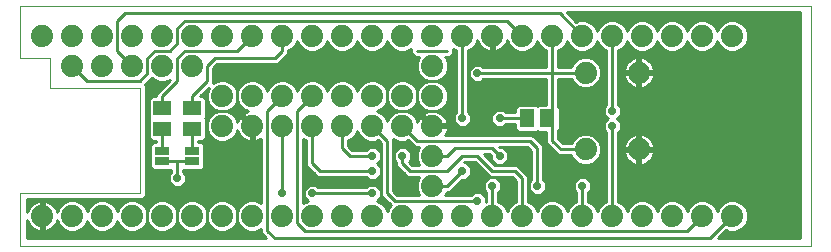
<source format=gbl>
G75*
G70*
%OFA0B0*%
%FSLAX24Y24*%
%IPPOS*%
%LPD*%
%AMOC8*
5,1,8,0,0,1.08239X$1,22.5*
%
%ADD10C,0.0000*%
%ADD11C,0.0740*%
%ADD12R,0.0591X0.0512*%
%ADD13R,0.0500X0.0250*%
%ADD14R,0.0512X0.0591*%
%ADD15C,0.0100*%
%ADD16OC8,0.0270*%
%ADD17C,0.0200*%
D10*
X000300Y002393D02*
X000300Y004143D01*
X004050Y004143D01*
X004300Y004143D01*
X004300Y007643D01*
X002050Y007643D01*
X001300Y007643D01*
X001300Y008643D01*
X000300Y008643D01*
X000300Y010389D01*
X000300Y010393D01*
X000300Y010389D02*
X026678Y010389D01*
X026678Y002393D01*
X000300Y002393D01*
D11*
X001050Y003393D03*
X002050Y003393D03*
X003050Y003393D03*
X004050Y003393D03*
X005050Y003393D03*
X006050Y003393D03*
X007050Y003393D03*
X008050Y003393D03*
X009050Y003393D03*
X010050Y003393D03*
X011050Y003393D03*
X012050Y003393D03*
X013050Y003393D03*
X014050Y003393D03*
X015050Y003393D03*
X016050Y003393D03*
X017050Y003393D03*
X018050Y003393D03*
X019050Y003393D03*
X020050Y003393D03*
X021050Y003393D03*
X022050Y003393D03*
X023050Y003393D03*
X024050Y003393D03*
X020940Y005613D03*
X019160Y005613D03*
X014050Y005393D03*
X014050Y006393D03*
X013050Y006393D03*
X012050Y006393D03*
X011050Y006393D03*
X010050Y006393D03*
X009050Y006393D03*
X008050Y006393D03*
X007050Y006393D03*
X007050Y007393D03*
X008050Y007393D03*
X009050Y007393D03*
X010050Y007393D03*
X011050Y007393D03*
X012050Y007393D03*
X013050Y007393D03*
X014050Y007393D03*
X014050Y008393D03*
X014050Y009393D03*
X015050Y009393D03*
X016050Y009393D03*
X017050Y009393D03*
X018050Y009393D03*
X019050Y009393D03*
X020050Y009393D03*
X021050Y009393D03*
X022050Y009393D03*
X023050Y009393D03*
X024050Y009393D03*
X020940Y008173D03*
X019160Y008173D03*
X013050Y009393D03*
X012050Y009393D03*
X011050Y009393D03*
X010050Y009393D03*
X009050Y009393D03*
X008050Y009393D03*
X007050Y009393D03*
X006050Y009393D03*
X005050Y009393D03*
X004050Y009393D03*
X003050Y009393D03*
X002050Y009393D03*
X001050Y009393D03*
X002050Y008393D03*
X003050Y008393D03*
X004050Y008393D03*
X005050Y008393D03*
X006050Y008393D03*
X014050Y004393D03*
D12*
X006050Y006309D03*
X005050Y006309D03*
X005050Y006978D03*
X006050Y006978D03*
D13*
X006050Y005570D03*
X006050Y005216D03*
X005050Y005216D03*
X005050Y005570D03*
D14*
X017215Y006643D03*
X017885Y006643D03*
D15*
X018050Y006478D01*
X018050Y005893D01*
X018330Y005613D01*
X019160Y005613D01*
X018680Y005413D02*
X018719Y005319D01*
X018865Y005172D01*
X019057Y005093D01*
X019263Y005093D01*
X019455Y005172D01*
X019601Y005319D01*
X019680Y005510D01*
X019680Y005717D01*
X019601Y005908D01*
X019455Y006054D01*
X019263Y006133D01*
X019057Y006133D01*
X018865Y006054D01*
X018719Y005908D01*
X018680Y005813D01*
X018413Y005813D01*
X018250Y005976D01*
X018250Y006245D01*
X018291Y006286D01*
X018291Y007001D01*
X018250Y007041D01*
X018250Y007943D01*
X018692Y007943D01*
X018719Y007879D01*
X018865Y007732D01*
X019057Y007653D01*
X019263Y007653D01*
X019455Y007732D01*
X019601Y007879D01*
X019680Y008070D01*
X019680Y008277D01*
X019601Y008468D01*
X019455Y008614D01*
X019263Y008693D01*
X019057Y008693D01*
X018865Y008614D01*
X018719Y008468D01*
X018668Y008343D01*
X018250Y008343D01*
X018250Y008913D01*
X018345Y008952D01*
X018491Y009099D01*
X018550Y009242D01*
X018609Y009099D01*
X018755Y008952D01*
X018947Y008873D01*
X019153Y008873D01*
X019345Y008952D01*
X019491Y009099D01*
X019550Y009242D01*
X019609Y009099D01*
X019755Y008952D01*
X019850Y008913D01*
X019850Y007096D01*
X019765Y007011D01*
X019765Y006775D01*
X019897Y006643D01*
X019765Y006511D01*
X019765Y006275D01*
X019850Y006190D01*
X019850Y003873D01*
X019755Y003834D01*
X019609Y003688D01*
X019550Y003545D01*
X019491Y003688D01*
X019345Y003834D01*
X019250Y003873D01*
X019250Y004190D01*
X019335Y004275D01*
X019335Y004511D01*
X019168Y004678D01*
X018932Y004678D01*
X018765Y004511D01*
X018765Y004275D01*
X018850Y004190D01*
X018850Y003873D01*
X018755Y003834D01*
X018609Y003688D01*
X018550Y003545D01*
X018491Y003688D01*
X018345Y003834D01*
X018153Y003913D01*
X017947Y003913D01*
X017755Y003834D01*
X017609Y003688D01*
X017550Y003545D01*
X017491Y003688D01*
X017345Y003834D01*
X017250Y003873D01*
X017250Y004726D01*
X016883Y005093D01*
X016133Y005093D01*
X015783Y005443D01*
X015967Y005443D01*
X016015Y005395D01*
X016015Y005275D01*
X016182Y005108D01*
X016418Y005108D01*
X016585Y005275D01*
X016585Y005511D01*
X016418Y005678D01*
X016298Y005678D01*
X016283Y005693D01*
X017217Y005693D01*
X017350Y005560D01*
X017350Y004596D01*
X017265Y004511D01*
X017265Y004275D01*
X017432Y004108D01*
X017668Y004108D01*
X017835Y004275D01*
X017835Y004511D01*
X017750Y004596D01*
X017750Y005726D01*
X017633Y005843D01*
X017383Y006093D01*
X014475Y006093D01*
X014495Y006121D01*
X014532Y006194D01*
X014557Y006272D01*
X014569Y006343D01*
X014100Y006343D01*
X014100Y006443D01*
X014569Y006443D01*
X014557Y006515D01*
X014532Y006593D01*
X014495Y006666D01*
X014447Y006732D01*
X014389Y006790D01*
X014323Y006838D01*
X014250Y006875D01*
X014198Y006892D01*
X014345Y006952D01*
X014491Y007099D01*
X014570Y007290D01*
X014570Y007497D01*
X014491Y007688D01*
X014345Y007834D01*
X014202Y007893D01*
X014345Y007952D01*
X014491Y008099D01*
X014570Y008290D01*
X014570Y008497D01*
X014491Y008688D01*
X014485Y008693D01*
X014633Y008693D01*
X014750Y008810D01*
X014750Y008958D01*
X014755Y008952D01*
X014850Y008913D01*
X014850Y006846D01*
X014765Y006761D01*
X014765Y006525D01*
X014932Y006358D01*
X015168Y006358D01*
X015335Y006525D01*
X015335Y006761D01*
X015250Y006846D01*
X015250Y008913D01*
X015345Y008952D01*
X015491Y009099D01*
X015551Y009245D01*
X015568Y009194D01*
X015605Y009121D01*
X015653Y009055D01*
X015711Y008997D01*
X015777Y008949D01*
X015850Y008911D01*
X015928Y008886D01*
X016000Y008875D01*
X016000Y009343D01*
X016100Y009343D01*
X016100Y008875D01*
X016172Y008886D01*
X016250Y008911D01*
X016323Y008949D01*
X016389Y008997D01*
X016447Y009055D01*
X016495Y009121D01*
X016532Y009194D01*
X016549Y009245D01*
X016609Y009099D01*
X016755Y008952D01*
X016947Y008873D01*
X017153Y008873D01*
X017345Y008952D01*
X017491Y009099D01*
X017550Y009242D01*
X017609Y009099D01*
X017755Y008952D01*
X017850Y008913D01*
X017850Y008343D01*
X015753Y008343D01*
X015668Y008428D01*
X015432Y008428D01*
X015265Y008261D01*
X015265Y008025D01*
X015432Y007858D01*
X015668Y007858D01*
X015753Y007943D01*
X017850Y007943D01*
X017850Y007089D01*
X017567Y007089D01*
X017550Y007072D01*
X017533Y007089D01*
X016897Y007089D01*
X016809Y007001D01*
X016809Y006843D01*
X016503Y006843D01*
X016418Y006928D01*
X016182Y006928D01*
X016015Y006761D01*
X016015Y006525D01*
X016182Y006358D01*
X016418Y006358D01*
X016503Y006443D01*
X016809Y006443D01*
X016809Y006286D01*
X016897Y006198D01*
X017533Y006198D01*
X017550Y006215D01*
X017567Y006198D01*
X017850Y006198D01*
X017850Y005810D01*
X017967Y005693D01*
X018247Y005413D01*
X018680Y005413D01*
X018707Y005348D02*
X017750Y005348D01*
X017750Y005250D02*
X018788Y005250D01*
X018917Y005151D02*
X017750Y005151D01*
X017750Y005053D02*
X019850Y005053D01*
X019850Y005151D02*
X019403Y005151D01*
X019532Y005250D02*
X019850Y005250D01*
X019850Y005348D02*
X019613Y005348D01*
X019654Y005447D02*
X019850Y005447D01*
X019850Y005545D02*
X019680Y005545D01*
X019680Y005644D02*
X019850Y005644D01*
X019850Y005742D02*
X019669Y005742D01*
X019629Y005841D02*
X019850Y005841D01*
X019850Y005939D02*
X019569Y005939D01*
X019471Y006038D02*
X019850Y006038D01*
X019850Y006136D02*
X018250Y006136D01*
X018250Y006038D02*
X018849Y006038D01*
X018751Y005939D02*
X018287Y005939D01*
X018385Y005841D02*
X018691Y005841D01*
X018115Y005545D02*
X017750Y005545D01*
X017750Y005447D02*
X018214Y005447D01*
X018017Y005644D02*
X017750Y005644D01*
X017734Y005742D02*
X017918Y005742D01*
X017850Y005841D02*
X017635Y005841D01*
X017537Y005939D02*
X017850Y005939D01*
X017850Y006038D02*
X017438Y006038D01*
X017300Y005893D02*
X017550Y005643D01*
X017550Y004393D01*
X017835Y004363D02*
X018765Y004363D01*
X018775Y004265D02*
X017825Y004265D01*
X017726Y004166D02*
X018850Y004166D01*
X018850Y004068D02*
X017250Y004068D01*
X017250Y004166D02*
X017374Y004166D01*
X017275Y004265D02*
X017250Y004265D01*
X017250Y004363D02*
X017265Y004363D01*
X017265Y004462D02*
X017250Y004462D01*
X017250Y004560D02*
X017314Y004560D01*
X017350Y004659D02*
X017250Y004659D01*
X017219Y004757D02*
X017350Y004757D01*
X017350Y004856D02*
X017120Y004856D01*
X017022Y004954D02*
X017350Y004954D01*
X017350Y005053D02*
X016923Y005053D01*
X016800Y004893D02*
X017050Y004643D01*
X017050Y003393D01*
X016563Y003575D02*
X016537Y003575D01*
X016550Y003545D02*
X016491Y003688D01*
X016345Y003834D01*
X016250Y003873D01*
X016250Y004190D01*
X016335Y004275D01*
X016335Y004511D01*
X016168Y004678D01*
X015932Y004678D01*
X015765Y004511D01*
X015765Y004275D01*
X015850Y004190D01*
X015850Y003873D01*
X015835Y003867D01*
X015835Y004011D01*
X015668Y004178D01*
X015432Y004178D01*
X015347Y004093D01*
X014485Y004093D01*
X014491Y004099D01*
X014530Y004193D01*
X014633Y004193D01*
X015048Y004608D01*
X015168Y004608D01*
X015335Y004775D01*
X015335Y005011D01*
X015168Y005178D01*
X015118Y005178D01*
X015133Y005193D01*
X015467Y005193D01*
X015850Y004810D01*
X015967Y004693D01*
X016717Y004693D01*
X016850Y004560D01*
X016286Y004560D01*
X016335Y004462D02*
X016850Y004462D01*
X016850Y004560D02*
X016850Y003873D01*
X016755Y003834D01*
X016609Y003688D01*
X016550Y003545D01*
X016497Y003674D02*
X016603Y003674D01*
X016694Y003772D02*
X016406Y003772D01*
X016256Y003871D02*
X016844Y003871D01*
X016850Y003969D02*
X016250Y003969D01*
X016250Y004068D02*
X016850Y004068D01*
X016850Y004166D02*
X016250Y004166D01*
X016325Y004265D02*
X016850Y004265D01*
X016850Y004363D02*
X016335Y004363D01*
X016050Y004393D02*
X016050Y003393D01*
X015844Y003871D02*
X015835Y003871D01*
X015835Y003969D02*
X015850Y003969D01*
X015850Y004068D02*
X015779Y004068D01*
X015850Y004166D02*
X015680Y004166D01*
X015775Y004265D02*
X014704Y004265D01*
X014803Y004363D02*
X015765Y004363D01*
X015765Y004462D02*
X014901Y004462D01*
X015000Y004560D02*
X015814Y004560D01*
X015912Y004659D02*
X015219Y004659D01*
X015317Y004757D02*
X015903Y004757D01*
X015805Y004856D02*
X015335Y004856D01*
X015335Y004954D02*
X015706Y004954D01*
X015608Y005053D02*
X015294Y005053D01*
X015195Y005151D02*
X015509Y005151D01*
X015878Y005348D02*
X016015Y005348D01*
X016040Y005250D02*
X015976Y005250D01*
X016075Y005151D02*
X016139Y005151D01*
X016461Y005151D02*
X017350Y005151D01*
X017350Y005250D02*
X016560Y005250D01*
X016585Y005348D02*
X017350Y005348D01*
X017350Y005447D02*
X016585Y005447D01*
X016551Y005545D02*
X017350Y005545D01*
X017267Y005644D02*
X016453Y005644D01*
X016300Y005393D02*
X016050Y005643D01*
X014800Y005643D01*
X014550Y005393D01*
X014050Y005393D01*
X013530Y005348D02*
X013335Y005348D01*
X013335Y005275D02*
X013268Y005208D01*
X013383Y005093D01*
X013615Y005093D01*
X013609Y005099D01*
X013530Y005290D01*
X013530Y005497D01*
X013609Y005688D01*
X013615Y005693D01*
X013467Y005693D01*
X013350Y005810D01*
X013248Y005912D01*
X013153Y005873D01*
X012947Y005873D01*
X012755Y005952D01*
X012750Y005958D01*
X012750Y004226D01*
X012883Y004093D01*
X013615Y004093D01*
X013609Y004099D01*
X013530Y004290D01*
X013530Y004497D01*
X013609Y004688D01*
X013615Y004693D01*
X013217Y004693D01*
X013100Y004810D01*
X012850Y005060D01*
X012850Y005190D01*
X012765Y005275D01*
X012765Y005511D01*
X012932Y005678D01*
X013168Y005678D01*
X013335Y005511D01*
X013335Y005275D01*
X013310Y005250D02*
X013547Y005250D01*
X013587Y005151D02*
X013325Y005151D01*
X013300Y004893D02*
X013050Y005143D01*
X013050Y005393D01*
X012765Y005348D02*
X012750Y005348D01*
X012750Y005250D02*
X012790Y005250D01*
X012750Y005151D02*
X012850Y005151D01*
X012858Y005053D02*
X012750Y005053D01*
X012750Y004954D02*
X012956Y004954D01*
X013055Y004856D02*
X012750Y004856D01*
X012750Y004757D02*
X013153Y004757D01*
X013300Y004893D02*
X014550Y004893D01*
X015050Y005393D01*
X015550Y005393D01*
X016050Y004893D01*
X016800Y004893D01*
X016752Y004659D02*
X016188Y004659D01*
X015420Y004166D02*
X014519Y004166D01*
X014550Y004393D02*
X014050Y004393D01*
X014550Y004393D02*
X015050Y004893D01*
X013597Y004659D02*
X012750Y004659D01*
X012750Y004560D02*
X013556Y004560D01*
X013530Y004462D02*
X012750Y004462D01*
X012750Y004363D02*
X013530Y004363D01*
X013540Y004265D02*
X012750Y004265D01*
X012810Y004166D02*
X013581Y004166D01*
X012800Y003893D02*
X015550Y003893D01*
X017250Y003969D02*
X018850Y003969D01*
X018844Y003871D02*
X018256Y003871D01*
X018406Y003772D02*
X018694Y003772D01*
X018603Y003674D02*
X018497Y003674D01*
X018537Y003575D02*
X018563Y003575D01*
X019050Y003393D02*
X019050Y004393D01*
X019335Y004363D02*
X019850Y004363D01*
X019850Y004265D02*
X019325Y004265D01*
X019250Y004166D02*
X019850Y004166D01*
X019850Y004068D02*
X019250Y004068D01*
X019250Y003969D02*
X019850Y003969D01*
X019844Y003871D02*
X019256Y003871D01*
X019406Y003772D02*
X019694Y003772D01*
X019603Y003674D02*
X019497Y003674D01*
X019537Y003575D02*
X019563Y003575D01*
X020050Y003393D02*
X020050Y006393D01*
X020250Y006190D02*
X020335Y006275D01*
X020335Y006511D01*
X020203Y006643D01*
X020335Y006775D01*
X020335Y007011D01*
X020250Y007096D01*
X020250Y008913D01*
X020345Y008952D01*
X020491Y009099D01*
X020550Y009242D01*
X020609Y009099D01*
X020755Y008952D01*
X020947Y008873D01*
X021153Y008873D01*
X021345Y008952D01*
X021491Y009099D01*
X021550Y009242D01*
X021609Y009099D01*
X021755Y008952D01*
X021947Y008873D01*
X022153Y008873D01*
X022345Y008952D01*
X022491Y009099D01*
X022550Y009242D01*
X022609Y009099D01*
X022755Y008952D01*
X022947Y008873D01*
X023153Y008873D01*
X023345Y008952D01*
X023491Y009099D01*
X023550Y009242D01*
X023609Y009099D01*
X023755Y008952D01*
X023947Y008873D01*
X024153Y008873D01*
X024345Y008952D01*
X024491Y009099D01*
X024570Y009290D01*
X024570Y009497D01*
X024491Y009688D01*
X024345Y009834D01*
X024153Y009913D01*
X023947Y009913D01*
X023755Y009834D01*
X023609Y009688D01*
X023550Y009545D01*
X023491Y009688D01*
X023345Y009834D01*
X023153Y009913D01*
X022947Y009913D01*
X022755Y009834D01*
X022609Y009688D01*
X022550Y009545D01*
X022491Y009688D01*
X022345Y009834D01*
X022153Y009913D01*
X021947Y009913D01*
X021755Y009834D01*
X021609Y009688D01*
X021550Y009545D01*
X021491Y009688D01*
X021345Y009834D01*
X021153Y009913D01*
X020947Y009913D01*
X020755Y009834D01*
X020609Y009688D01*
X020550Y009545D01*
X020491Y009688D01*
X020345Y009834D01*
X020153Y009913D01*
X019947Y009913D01*
X019755Y009834D01*
X019609Y009688D01*
X019550Y009545D01*
X019491Y009688D01*
X019345Y009834D01*
X019153Y009913D01*
X018947Y009913D01*
X018852Y009874D01*
X018537Y010189D01*
X026300Y010189D01*
X026300Y002643D01*
X023583Y002643D01*
X023852Y002912D01*
X023947Y002873D01*
X024153Y002873D01*
X024345Y002952D01*
X024491Y003099D01*
X024570Y003290D01*
X024570Y003497D01*
X024491Y003688D01*
X024345Y003834D01*
X024153Y003913D01*
X023947Y003913D01*
X023755Y003834D01*
X023609Y003688D01*
X023550Y003545D01*
X023491Y003688D01*
X023345Y003834D01*
X023153Y003913D01*
X022947Y003913D01*
X022755Y003834D01*
X022609Y003688D01*
X022550Y003545D01*
X022491Y003688D01*
X022345Y003834D01*
X022153Y003913D01*
X021947Y003913D01*
X021755Y003834D01*
X021609Y003688D01*
X021550Y003545D01*
X021491Y003688D01*
X021345Y003834D01*
X021153Y003913D01*
X020947Y003913D01*
X020755Y003834D01*
X020609Y003688D01*
X020550Y003545D01*
X020491Y003688D01*
X020345Y003834D01*
X020250Y003873D01*
X020250Y006190D01*
X020250Y006136D02*
X026300Y006136D01*
X026300Y006038D02*
X021240Y006038D01*
X021213Y006058D02*
X021140Y006095D01*
X021062Y006121D01*
X020990Y006132D01*
X020990Y005663D01*
X021459Y005663D01*
X021447Y005735D01*
X021422Y005813D01*
X021385Y005886D01*
X021337Y005952D01*
X021279Y006010D01*
X021213Y006058D01*
X021346Y005939D02*
X026300Y005939D01*
X026300Y005841D02*
X021408Y005841D01*
X021445Y005742D02*
X026300Y005742D01*
X026300Y005644D02*
X020990Y005644D01*
X020990Y005663D02*
X020990Y005563D01*
X020990Y005095D01*
X021062Y005106D01*
X021140Y005131D01*
X021213Y005169D01*
X021279Y005217D01*
X021337Y005275D01*
X021385Y005341D01*
X021422Y005414D01*
X021447Y005492D01*
X021459Y005563D01*
X020990Y005563D01*
X020890Y005563D01*
X020890Y005095D01*
X020818Y005106D01*
X020740Y005131D01*
X020667Y005169D01*
X020601Y005217D01*
X020543Y005275D01*
X020495Y005341D01*
X020458Y005414D01*
X020433Y005492D01*
X020421Y005563D01*
X020890Y005563D01*
X020890Y005663D01*
X020421Y005663D01*
X020433Y005735D01*
X020458Y005813D01*
X020495Y005886D01*
X020543Y005952D01*
X020601Y006010D01*
X020667Y006058D01*
X020740Y006095D01*
X020818Y006121D01*
X020890Y006132D01*
X020890Y005663D01*
X020990Y005663D01*
X020990Y005742D02*
X020890Y005742D01*
X020890Y005644D02*
X020250Y005644D01*
X020250Y005742D02*
X020435Y005742D01*
X020472Y005841D02*
X020250Y005841D01*
X020250Y005939D02*
X020534Y005939D01*
X020640Y006038D02*
X020250Y006038D01*
X020295Y006235D02*
X026300Y006235D01*
X026300Y006333D02*
X020335Y006333D01*
X020335Y006432D02*
X026300Y006432D01*
X026300Y006530D02*
X020316Y006530D01*
X020218Y006629D02*
X026300Y006629D01*
X026300Y006727D02*
X020287Y006727D01*
X020335Y006826D02*
X026300Y006826D01*
X026300Y006924D02*
X020335Y006924D01*
X020324Y007023D02*
X026300Y007023D01*
X026300Y007121D02*
X020250Y007121D01*
X020250Y007220D02*
X026300Y007220D01*
X026300Y007318D02*
X020250Y007318D01*
X020250Y007417D02*
X026300Y007417D01*
X026300Y007515D02*
X020250Y007515D01*
X020250Y007614D02*
X026300Y007614D01*
X026300Y007712D02*
X021181Y007712D01*
X021213Y007729D02*
X021279Y007777D01*
X021337Y007835D01*
X021385Y007901D01*
X021422Y007974D01*
X021447Y008052D01*
X021459Y008123D01*
X020990Y008123D01*
X020990Y007655D01*
X021062Y007666D01*
X021140Y007691D01*
X021213Y007729D01*
X021313Y007811D02*
X026300Y007811D01*
X026300Y007909D02*
X021389Y007909D01*
X021433Y008008D02*
X026300Y008008D01*
X026300Y008106D02*
X021456Y008106D01*
X021459Y008223D02*
X021447Y008295D01*
X021422Y008373D01*
X021385Y008446D01*
X021337Y008512D01*
X021279Y008570D01*
X021213Y008618D01*
X021140Y008655D01*
X021062Y008681D01*
X020990Y008692D01*
X020990Y008223D01*
X021459Y008223D01*
X021445Y008303D02*
X026300Y008303D01*
X026300Y008205D02*
X020990Y008205D01*
X020990Y008223D02*
X020990Y008123D01*
X020890Y008123D01*
X020890Y007655D01*
X020818Y007666D01*
X020740Y007691D01*
X020667Y007729D01*
X020601Y007777D01*
X020543Y007835D01*
X020495Y007901D01*
X020458Y007974D01*
X020433Y008052D01*
X020421Y008123D01*
X020890Y008123D01*
X020890Y008223D01*
X020421Y008223D01*
X020433Y008295D01*
X020458Y008373D01*
X020495Y008446D01*
X020543Y008512D01*
X020601Y008570D01*
X020667Y008618D01*
X020740Y008655D01*
X020818Y008681D01*
X020890Y008692D01*
X020890Y008223D01*
X020990Y008223D01*
X020990Y008303D02*
X020890Y008303D01*
X020890Y008205D02*
X020250Y008205D01*
X020250Y008303D02*
X020435Y008303D01*
X020473Y008402D02*
X020250Y008402D01*
X020250Y008500D02*
X020535Y008500D01*
X020641Y008599D02*
X020250Y008599D01*
X020250Y008697D02*
X026300Y008697D01*
X026300Y008599D02*
X021239Y008599D01*
X021345Y008500D02*
X026300Y008500D01*
X026300Y008402D02*
X021407Y008402D01*
X020990Y008402D02*
X020890Y008402D01*
X020890Y008500D02*
X020990Y008500D01*
X020990Y008599D02*
X020890Y008599D01*
X020250Y008796D02*
X026300Y008796D01*
X026300Y008894D02*
X024204Y008894D01*
X024385Y008993D02*
X026300Y008993D01*
X026300Y009091D02*
X024483Y009091D01*
X024529Y009190D02*
X026300Y009190D01*
X026300Y009288D02*
X024569Y009288D01*
X024570Y009387D02*
X026300Y009387D01*
X026300Y009485D02*
X024570Y009485D01*
X024534Y009584D02*
X026300Y009584D01*
X026300Y009682D02*
X024493Y009682D01*
X024398Y009781D02*
X026300Y009781D01*
X026300Y009879D02*
X024235Y009879D01*
X023865Y009879D02*
X023235Y009879D01*
X023398Y009781D02*
X023702Y009781D01*
X023607Y009682D02*
X023493Y009682D01*
X023534Y009584D02*
X023566Y009584D01*
X022865Y009879D02*
X022235Y009879D01*
X022398Y009781D02*
X022702Y009781D01*
X022607Y009682D02*
X022493Y009682D01*
X022534Y009584D02*
X022566Y009584D01*
X021865Y009879D02*
X021235Y009879D01*
X021398Y009781D02*
X021702Y009781D01*
X021607Y009682D02*
X021493Y009682D01*
X021534Y009584D02*
X021566Y009584D01*
X020865Y009879D02*
X020235Y009879D01*
X020398Y009781D02*
X020702Y009781D01*
X020607Y009682D02*
X020493Y009682D01*
X020534Y009584D02*
X020566Y009584D01*
X020050Y009393D02*
X020050Y006893D01*
X019765Y006924D02*
X018291Y006924D01*
X018291Y006826D02*
X019765Y006826D01*
X019813Y006727D02*
X018291Y006727D01*
X018291Y006629D02*
X019882Y006629D01*
X019784Y006530D02*
X018291Y006530D01*
X018291Y006432D02*
X019765Y006432D01*
X019765Y006333D02*
X018291Y006333D01*
X018250Y006235D02*
X019805Y006235D01*
X020890Y006038D02*
X020990Y006038D01*
X020990Y005939D02*
X020890Y005939D01*
X020890Y005841D02*
X020990Y005841D01*
X020990Y005545D02*
X020890Y005545D01*
X020890Y005447D02*
X020990Y005447D01*
X020990Y005348D02*
X020890Y005348D01*
X020890Y005250D02*
X020990Y005250D01*
X020990Y005151D02*
X020890Y005151D01*
X020701Y005151D02*
X020250Y005151D01*
X020250Y005053D02*
X026300Y005053D01*
X026300Y005151D02*
X021179Y005151D01*
X021312Y005250D02*
X026300Y005250D01*
X026300Y005348D02*
X021389Y005348D01*
X021433Y005447D02*
X026300Y005447D01*
X026300Y005545D02*
X021456Y005545D01*
X020568Y005250D02*
X020250Y005250D01*
X020250Y005348D02*
X020491Y005348D01*
X020447Y005447D02*
X020250Y005447D01*
X020250Y005545D02*
X020424Y005545D01*
X020250Y004954D02*
X026300Y004954D01*
X026300Y004856D02*
X020250Y004856D01*
X020250Y004757D02*
X026300Y004757D01*
X026300Y004659D02*
X020250Y004659D01*
X020250Y004560D02*
X026300Y004560D01*
X026300Y004462D02*
X020250Y004462D01*
X020250Y004363D02*
X026300Y004363D01*
X026300Y004265D02*
X020250Y004265D01*
X020250Y004166D02*
X026300Y004166D01*
X026300Y004068D02*
X020250Y004068D01*
X020250Y003969D02*
X026300Y003969D01*
X026300Y003871D02*
X024256Y003871D01*
X024406Y003772D02*
X026300Y003772D01*
X026300Y003674D02*
X024497Y003674D01*
X024537Y003575D02*
X026300Y003575D01*
X026300Y003477D02*
X024570Y003477D01*
X024570Y003378D02*
X026300Y003378D01*
X026300Y003280D02*
X024566Y003280D01*
X024525Y003181D02*
X026300Y003181D01*
X026300Y003083D02*
X024475Y003083D01*
X024376Y002984D02*
X026300Y002984D01*
X026300Y002886D02*
X024184Y002886D01*
X023916Y002886D02*
X023825Y002886D01*
X023727Y002787D02*
X026300Y002787D01*
X026300Y002689D02*
X023628Y002689D01*
X023300Y002643D02*
X008800Y002643D01*
X008550Y002893D01*
X008550Y006893D01*
X009050Y007393D01*
X008578Y007614D02*
X008522Y007614D01*
X008550Y007545D02*
X008491Y007688D01*
X008345Y007834D01*
X008153Y007913D01*
X007947Y007913D01*
X007755Y007834D01*
X007609Y007688D01*
X007550Y007545D01*
X007491Y007688D01*
X007345Y007834D01*
X007153Y007913D01*
X006947Y007913D01*
X006755Y007834D01*
X006750Y007829D01*
X006750Y008310D01*
X006883Y008443D01*
X008883Y008443D01*
X009133Y008693D01*
X009250Y008810D01*
X009250Y008913D01*
X009345Y008952D01*
X009491Y009099D01*
X009550Y009242D01*
X009609Y009099D01*
X009755Y008952D01*
X009947Y008873D01*
X010153Y008873D01*
X010345Y008952D01*
X010491Y009099D01*
X010550Y009242D01*
X010609Y009099D01*
X010755Y008952D01*
X010947Y008873D01*
X011153Y008873D01*
X011345Y008952D01*
X011491Y009099D01*
X011550Y009242D01*
X011609Y009099D01*
X011755Y008952D01*
X011947Y008873D01*
X012153Y008873D01*
X012345Y008952D01*
X012491Y009099D01*
X012550Y009242D01*
X012609Y009099D01*
X012755Y008952D01*
X012947Y008873D01*
X013153Y008873D01*
X013345Y008952D01*
X013350Y008958D01*
X013350Y008810D01*
X013467Y008693D01*
X013615Y008693D01*
X013609Y008688D01*
X013530Y008497D01*
X013530Y008290D01*
X013609Y008099D01*
X013755Y007952D01*
X013898Y007893D01*
X013755Y007834D01*
X013609Y007688D01*
X013550Y007545D01*
X013491Y007688D01*
X013345Y007834D01*
X013153Y007913D01*
X012947Y007913D01*
X012755Y007834D01*
X012609Y007688D01*
X012550Y007545D01*
X012491Y007688D01*
X012345Y007834D01*
X012153Y007913D01*
X011947Y007913D01*
X011755Y007834D01*
X011609Y007688D01*
X011550Y007545D01*
X011491Y007688D01*
X011345Y007834D01*
X011153Y007913D01*
X010947Y007913D01*
X010755Y007834D01*
X010609Y007688D01*
X010550Y007545D01*
X010491Y007688D01*
X010345Y007834D01*
X010153Y007913D01*
X009947Y007913D01*
X009755Y007834D01*
X009609Y007688D01*
X009550Y007545D01*
X009491Y007688D01*
X009345Y007834D01*
X009153Y007913D01*
X008947Y007913D01*
X008755Y007834D01*
X008609Y007688D01*
X008550Y007545D01*
X008466Y007712D02*
X008634Y007712D01*
X008732Y007811D02*
X008368Y007811D01*
X008163Y007909D02*
X008937Y007909D01*
X009163Y007909D02*
X009937Y007909D01*
X010163Y007909D02*
X010937Y007909D01*
X011163Y007909D02*
X011937Y007909D01*
X012163Y007909D02*
X012937Y007909D01*
X013163Y007909D02*
X013860Y007909D01*
X013732Y007811D02*
X013368Y007811D01*
X013466Y007712D02*
X013634Y007712D01*
X013578Y007614D02*
X013522Y007614D01*
X013550Y007893D02*
X014550Y007893D01*
X014400Y008008D02*
X014850Y008008D01*
X014850Y008106D02*
X014494Y008106D01*
X014535Y008205D02*
X014850Y008205D01*
X014850Y008303D02*
X014570Y008303D01*
X014570Y008402D02*
X014850Y008402D01*
X014850Y008500D02*
X014569Y008500D01*
X014528Y008599D02*
X014850Y008599D01*
X014850Y008697D02*
X014637Y008697D01*
X014735Y008796D02*
X014850Y008796D01*
X014850Y008894D02*
X014750Y008894D01*
X014550Y008893D02*
X013550Y008893D01*
X013350Y008894D02*
X013204Y008894D01*
X013365Y008796D02*
X009235Y008796D01*
X009250Y008894D02*
X009896Y008894D01*
X009715Y008993D02*
X009385Y008993D01*
X009483Y009091D02*
X009617Y009091D01*
X009571Y009190D02*
X009529Y009190D01*
X009050Y009393D02*
X009050Y008893D01*
X008800Y008643D01*
X006800Y008643D01*
X006550Y008393D01*
X006550Y007893D01*
X006050Y007393D01*
X006050Y006978D01*
X006495Y007023D02*
X006685Y007023D01*
X006755Y006952D02*
X006609Y007099D01*
X006530Y007290D01*
X006530Y007497D01*
X006596Y007657D01*
X006323Y007384D01*
X006407Y007384D01*
X006495Y007296D01*
X006495Y006660D01*
X006479Y006643D01*
X006495Y006627D01*
X006495Y005991D01*
X006407Y005903D01*
X006250Y005903D01*
X006250Y005845D01*
X006362Y005845D01*
X006450Y005758D01*
X006450Y005029D01*
X006362Y004941D01*
X005750Y004941D01*
X005750Y004846D01*
X005835Y004761D01*
X005835Y004525D01*
X005668Y004358D01*
X005432Y004358D01*
X005265Y004525D01*
X005265Y004761D01*
X005350Y004846D01*
X005350Y004941D01*
X004738Y004941D01*
X004650Y005029D01*
X004650Y005758D01*
X004738Y005845D01*
X004850Y005845D01*
X004850Y005903D01*
X004693Y005903D01*
X004605Y005991D01*
X004605Y006627D01*
X004621Y006643D01*
X004605Y006660D01*
X004605Y007296D01*
X004693Y007384D01*
X004850Y007384D01*
X004850Y007476D01*
X005100Y007726D01*
X005313Y007940D01*
X005153Y007873D01*
X004947Y007873D01*
X004755Y007952D01*
X004699Y008009D01*
X004500Y007810D01*
X004458Y007768D01*
X004500Y007726D01*
X004500Y004060D01*
X004383Y003943D01*
X000550Y003943D01*
X000550Y003537D01*
X000568Y003593D01*
X000605Y003666D01*
X000653Y003732D01*
X000711Y003790D01*
X000777Y003838D01*
X000850Y003875D01*
X000928Y003901D01*
X001000Y003912D01*
X001000Y003443D01*
X001100Y003443D01*
X001100Y003912D01*
X001172Y003901D01*
X001250Y003875D01*
X001323Y003838D01*
X001389Y003790D01*
X001447Y003732D01*
X001495Y003666D01*
X001532Y003593D01*
X001549Y003542D01*
X001609Y003688D01*
X001755Y003834D01*
X001947Y003913D01*
X002153Y003913D01*
X002345Y003834D01*
X002491Y003688D01*
X002550Y003545D01*
X002609Y003688D01*
X002755Y003834D01*
X002947Y003913D01*
X003153Y003913D01*
X003345Y003834D01*
X003491Y003688D01*
X003550Y003545D01*
X003609Y003688D01*
X003755Y003834D01*
X003947Y003913D01*
X004153Y003913D01*
X004345Y003834D01*
X004491Y003688D01*
X004550Y003545D01*
X004609Y003688D01*
X004755Y003834D01*
X004947Y003913D01*
X005153Y003913D01*
X005345Y003834D01*
X005491Y003688D01*
X005550Y003545D01*
X005609Y003688D01*
X005755Y003834D01*
X005947Y003913D01*
X006153Y003913D01*
X006345Y003834D01*
X006491Y003688D01*
X006550Y003545D01*
X006609Y003688D01*
X006755Y003834D01*
X006947Y003913D01*
X007153Y003913D01*
X007345Y003834D01*
X007491Y003688D01*
X007550Y003545D01*
X007609Y003688D01*
X007755Y003834D01*
X007947Y003913D01*
X008153Y003913D01*
X008345Y003834D01*
X008350Y003829D01*
X008350Y005969D01*
X008323Y005949D01*
X008250Y005911D01*
X008172Y005886D01*
X008100Y005875D01*
X008100Y006343D01*
X008000Y006343D01*
X008000Y005875D01*
X007928Y005886D01*
X007850Y005911D01*
X007777Y005949D01*
X007711Y005997D01*
X007653Y006055D01*
X007605Y006121D01*
X007568Y006194D01*
X007551Y006245D01*
X007491Y006099D01*
X007345Y005952D01*
X007153Y005873D01*
X006947Y005873D01*
X006755Y005952D01*
X006609Y006099D01*
X006530Y006290D01*
X006530Y006497D01*
X006609Y006688D01*
X006755Y006834D01*
X006898Y006893D01*
X006755Y006952D01*
X006823Y006924D02*
X006495Y006924D01*
X006550Y006893D02*
X007550Y006893D01*
X007550Y007643D01*
X007522Y007614D02*
X007578Y007614D01*
X007634Y007712D02*
X007466Y007712D01*
X007368Y007811D02*
X007732Y007811D01*
X007937Y007909D02*
X007163Y007909D01*
X006937Y007909D02*
X006750Y007909D01*
X006750Y008008D02*
X013700Y008008D01*
X013606Y008106D02*
X006750Y008106D01*
X006750Y008205D02*
X013565Y008205D01*
X013550Y008143D02*
X013330Y008363D01*
X013530Y008402D02*
X006841Y008402D01*
X006750Y008303D02*
X013530Y008303D01*
X013550Y008143D02*
X013550Y007893D01*
X013550Y006893D01*
X014550Y006893D01*
X014415Y007023D02*
X014850Y007023D01*
X014850Y007121D02*
X014500Y007121D01*
X014541Y007220D02*
X014850Y007220D01*
X014850Y007318D02*
X014570Y007318D01*
X014570Y007417D02*
X014850Y007417D01*
X014850Y007515D02*
X014562Y007515D01*
X014522Y007614D02*
X014850Y007614D01*
X014850Y007712D02*
X014466Y007712D01*
X014368Y007811D02*
X014850Y007811D01*
X014850Y007909D02*
X014240Y007909D01*
X015250Y007909D02*
X015381Y007909D01*
X015282Y008008D02*
X015250Y008008D01*
X015250Y008106D02*
X015265Y008106D01*
X015265Y008205D02*
X015250Y008205D01*
X015250Y008303D02*
X015307Y008303D01*
X015250Y008402D02*
X015405Y008402D01*
X015250Y008500D02*
X017850Y008500D01*
X017850Y008402D02*
X015695Y008402D01*
X015250Y008599D02*
X017850Y008599D01*
X017850Y008697D02*
X015250Y008697D01*
X015250Y008796D02*
X017850Y008796D01*
X017850Y008894D02*
X017204Y008894D01*
X017385Y008993D02*
X017715Y008993D01*
X017617Y009091D02*
X017483Y009091D01*
X017529Y009190D02*
X017571Y009190D01*
X018050Y009393D02*
X018050Y008143D01*
X019130Y008143D01*
X019160Y008173D01*
X019680Y008205D02*
X019850Y008205D01*
X019850Y008303D02*
X019669Y008303D01*
X019628Y008402D02*
X019850Y008402D01*
X019850Y008500D02*
X019568Y008500D01*
X019470Y008599D02*
X019850Y008599D01*
X019850Y008697D02*
X018250Y008697D01*
X018250Y008599D02*
X018850Y008599D01*
X018752Y008500D02*
X018250Y008500D01*
X018250Y008402D02*
X018692Y008402D01*
X018050Y008393D02*
X018050Y009393D01*
X018529Y009190D02*
X018571Y009190D01*
X018617Y009091D02*
X018483Y009091D01*
X018385Y008993D02*
X018715Y008993D01*
X018896Y008894D02*
X018250Y008894D01*
X018250Y008796D02*
X019850Y008796D01*
X019850Y008894D02*
X019204Y008894D01*
X019385Y008993D02*
X019715Y008993D01*
X019617Y009091D02*
X019483Y009091D01*
X019529Y009190D02*
X019571Y009190D01*
X019050Y009393D02*
X018300Y010143D01*
X004800Y010143D01*
X003800Y010143D01*
X003550Y009893D01*
X003550Y008893D01*
X004050Y008393D01*
X004550Y008143D02*
X004300Y007893D01*
X002550Y007893D01*
X002050Y008393D01*
X004550Y008643D02*
X004550Y008143D01*
X004697Y008008D02*
X004700Y008008D01*
X004599Y007909D02*
X004860Y007909D01*
X005086Y007712D02*
X004500Y007712D01*
X004500Y007614D02*
X004988Y007614D01*
X004889Y007515D02*
X004500Y007515D01*
X004500Y007417D02*
X004850Y007417D01*
X005050Y007393D02*
X005300Y007643D01*
X005550Y007893D01*
X005550Y008643D01*
X005800Y008893D01*
X007550Y008893D01*
X008050Y009393D01*
X009137Y008697D02*
X013463Y008697D01*
X013572Y008599D02*
X009038Y008599D01*
X008940Y008500D02*
X013531Y008500D01*
X012896Y008894D02*
X012204Y008894D01*
X012385Y008993D02*
X012715Y008993D01*
X012617Y009091D02*
X012483Y009091D01*
X012529Y009190D02*
X012571Y009190D01*
X011896Y008894D02*
X011204Y008894D01*
X011385Y008993D02*
X011715Y008993D01*
X011617Y009091D02*
X011483Y009091D01*
X011529Y009190D02*
X011571Y009190D01*
X010896Y008894D02*
X010204Y008894D01*
X010385Y008993D02*
X010715Y008993D01*
X010617Y009091D02*
X010483Y009091D01*
X010529Y009190D02*
X010571Y009190D01*
X012550Y007893D02*
X012550Y007143D01*
X012800Y006893D01*
X013550Y006893D01*
X013415Y007023D02*
X013685Y007023D01*
X013755Y006952D02*
X013902Y006892D01*
X013850Y006875D01*
X013777Y006838D01*
X013711Y006790D01*
X013653Y006732D01*
X013605Y006666D01*
X013568Y006593D01*
X013551Y006542D01*
X013491Y006688D01*
X013345Y006834D01*
X013202Y006893D01*
X013345Y006952D01*
X013491Y007099D01*
X013550Y007242D01*
X013609Y007099D01*
X013755Y006952D01*
X013823Y006924D02*
X013277Y006924D01*
X013353Y006826D02*
X013761Y006826D01*
X013650Y006727D02*
X013451Y006727D01*
X013515Y006629D02*
X013586Y006629D01*
X014100Y006432D02*
X014858Y006432D01*
X014765Y006530D02*
X014552Y006530D01*
X014514Y006629D02*
X014765Y006629D01*
X014765Y006727D02*
X014450Y006727D01*
X014339Y006826D02*
X014829Y006826D01*
X014850Y006924D02*
X014277Y006924D01*
X015050Y006893D02*
X015050Y006643D01*
X015335Y006629D02*
X016015Y006629D01*
X016015Y006727D02*
X015335Y006727D01*
X015271Y006826D02*
X016079Y006826D01*
X016178Y006924D02*
X015250Y006924D01*
X015250Y007023D02*
X016832Y007023D01*
X016809Y006924D02*
X016422Y006924D01*
X016300Y006643D02*
X017215Y006643D01*
X016809Y006432D02*
X016492Y006432D01*
X016809Y006333D02*
X014567Y006333D01*
X014545Y006235D02*
X016861Y006235D01*
X016108Y006432D02*
X015242Y006432D01*
X015335Y006530D02*
X016015Y006530D01*
X015050Y006893D02*
X015050Y009393D01*
X015529Y009190D02*
X015570Y009190D01*
X015627Y009091D02*
X015483Y009091D01*
X015385Y008993D02*
X015717Y008993D01*
X015903Y008894D02*
X015250Y008894D01*
X016000Y008894D02*
X016100Y008894D01*
X016197Y008894D02*
X016896Y008894D01*
X016715Y008993D02*
X016383Y008993D01*
X016473Y009091D02*
X016617Y009091D01*
X016571Y009190D02*
X016530Y009190D01*
X016100Y009190D02*
X016000Y009190D01*
X016000Y009288D02*
X016100Y009288D01*
X016100Y009091D02*
X016000Y009091D01*
X016000Y008993D02*
X016100Y008993D01*
X016550Y009893D02*
X017050Y009393D01*
X016550Y009893D02*
X005800Y009893D01*
X005550Y009643D01*
X005550Y009143D01*
X005300Y008893D01*
X004800Y008893D01*
X004550Y008643D01*
X005240Y007909D02*
X005283Y007909D01*
X005185Y007811D02*
X004500Y007811D01*
X004500Y007318D02*
X004627Y007318D01*
X004605Y007220D02*
X004500Y007220D01*
X004500Y007121D02*
X004605Y007121D01*
X004605Y007023D02*
X004500Y007023D01*
X004500Y006924D02*
X004605Y006924D01*
X004605Y006826D02*
X004500Y006826D01*
X004500Y006727D02*
X004605Y006727D01*
X004607Y006629D02*
X004500Y006629D01*
X004500Y006530D02*
X004605Y006530D01*
X004605Y006432D02*
X004500Y006432D01*
X004500Y006333D02*
X004605Y006333D01*
X004605Y006235D02*
X004500Y006235D01*
X004500Y006136D02*
X004605Y006136D01*
X004605Y006038D02*
X004500Y006038D01*
X004500Y005939D02*
X004656Y005939D01*
X004733Y005841D02*
X004500Y005841D01*
X004500Y005742D02*
X004650Y005742D01*
X004650Y005644D02*
X004500Y005644D01*
X004500Y005545D02*
X004650Y005545D01*
X004650Y005447D02*
X004500Y005447D01*
X004500Y005348D02*
X004650Y005348D01*
X004650Y005250D02*
X004500Y005250D01*
X004500Y005151D02*
X004650Y005151D01*
X004650Y005053D02*
X004500Y005053D01*
X004500Y004954D02*
X004725Y004954D01*
X004500Y004856D02*
X005350Y004856D01*
X005265Y004757D02*
X004500Y004757D01*
X004500Y004659D02*
X005265Y004659D01*
X005265Y004560D02*
X004500Y004560D01*
X004500Y004462D02*
X005328Y004462D01*
X005427Y004363D02*
X004500Y004363D01*
X004500Y004265D02*
X008350Y004265D01*
X008350Y004363D02*
X005673Y004363D01*
X005772Y004462D02*
X008350Y004462D01*
X008350Y004560D02*
X005835Y004560D01*
X005835Y004659D02*
X008350Y004659D01*
X008350Y004757D02*
X005835Y004757D01*
X005750Y004856D02*
X008350Y004856D01*
X008350Y004954D02*
X006375Y004954D01*
X006450Y005053D02*
X008350Y005053D01*
X008350Y005151D02*
X006450Y005151D01*
X006450Y005250D02*
X008350Y005250D01*
X008350Y005348D02*
X006450Y005348D01*
X006450Y005447D02*
X008350Y005447D01*
X008350Y005545D02*
X006450Y005545D01*
X006450Y005644D02*
X008350Y005644D01*
X008350Y005742D02*
X006450Y005742D01*
X006367Y005841D02*
X008350Y005841D01*
X008350Y005939D02*
X008304Y005939D01*
X008100Y005939D02*
X008000Y005939D01*
X008000Y006038D02*
X008100Y006038D01*
X008100Y006136D02*
X008000Y006136D01*
X008000Y006235D02*
X008100Y006235D01*
X008100Y006333D02*
X008000Y006333D01*
X007555Y006235D02*
X007547Y006235D01*
X007506Y006136D02*
X007597Y006136D01*
X007670Y006038D02*
X007430Y006038D01*
X007313Y005939D02*
X007796Y005939D01*
X007551Y006542D02*
X007491Y006688D01*
X007345Y006834D01*
X007202Y006893D01*
X007345Y006952D01*
X007491Y007099D01*
X007550Y007242D01*
X007609Y007099D01*
X007755Y006952D01*
X007902Y006892D01*
X007850Y006875D01*
X007777Y006838D01*
X007711Y006790D01*
X007653Y006732D01*
X007605Y006666D01*
X007568Y006593D01*
X007551Y006542D01*
X007586Y006629D02*
X007515Y006629D01*
X007451Y006727D02*
X007650Y006727D01*
X007761Y006826D02*
X007353Y006826D01*
X007277Y006924D02*
X007823Y006924D01*
X007685Y007023D02*
X007415Y007023D01*
X007500Y007121D02*
X007600Y007121D01*
X007559Y007220D02*
X007541Y007220D01*
X006747Y006826D02*
X006495Y006826D01*
X006495Y006727D02*
X006649Y006727D01*
X006585Y006629D02*
X006493Y006629D01*
X006495Y006530D02*
X006544Y006530D01*
X006530Y006432D02*
X006495Y006432D01*
X006495Y006333D02*
X006530Y006333D01*
X006553Y006235D02*
X006495Y006235D01*
X006495Y006136D02*
X006594Y006136D01*
X006670Y006038D02*
X006495Y006038D01*
X006444Y005939D02*
X006787Y005939D01*
X006050Y006309D02*
X006050Y005570D01*
X006050Y005216D02*
X005550Y005216D01*
X005550Y004643D01*
X005550Y005216D02*
X005050Y005216D01*
X005050Y005570D02*
X005050Y006309D01*
X005050Y006978D02*
X005050Y007393D01*
X006356Y007417D02*
X006530Y007417D01*
X006538Y007515D02*
X006455Y007515D01*
X006553Y007614D02*
X006578Y007614D01*
X006530Y007318D02*
X006473Y007318D01*
X006495Y007220D02*
X006559Y007220D01*
X006600Y007121D02*
X006495Y007121D01*
X009050Y006393D02*
X009050Y004143D01*
X009750Y004166D02*
X009765Y004166D01*
X009765Y004261D02*
X009765Y004025D01*
X009897Y003893D01*
X009755Y003834D01*
X009750Y003829D01*
X009750Y005958D01*
X009755Y005952D01*
X009850Y005913D01*
X009850Y005060D01*
X010100Y004810D01*
X010217Y004693D01*
X011847Y004693D01*
X011932Y004608D01*
X012168Y004608D01*
X012335Y004775D01*
X012335Y005011D01*
X012203Y005143D01*
X012335Y005275D01*
X012335Y005511D01*
X012168Y005678D01*
X011932Y005678D01*
X011847Y005593D01*
X011383Y005593D01*
X011250Y005726D01*
X011250Y005913D01*
X011345Y005952D01*
X011491Y006099D01*
X011550Y006242D01*
X011609Y006099D01*
X011755Y005952D01*
X011947Y005873D01*
X012153Y005873D01*
X012248Y005912D01*
X012350Y005810D01*
X012350Y004060D01*
X012600Y003810D01*
X012666Y003745D01*
X012609Y003688D01*
X012550Y003545D01*
X012491Y003688D01*
X012345Y003834D01*
X012203Y003893D01*
X012335Y004025D01*
X012335Y004261D01*
X012168Y004428D01*
X011932Y004428D01*
X011847Y004343D01*
X010253Y004343D01*
X010168Y004428D01*
X009932Y004428D01*
X009765Y004261D01*
X009768Y004265D02*
X009750Y004265D01*
X009750Y004363D02*
X009867Y004363D01*
X009750Y004462D02*
X012350Y004462D01*
X012350Y004560D02*
X009750Y004560D01*
X009750Y004659D02*
X011881Y004659D01*
X012219Y004659D02*
X012350Y004659D01*
X012350Y004757D02*
X012317Y004757D01*
X012335Y004856D02*
X012350Y004856D01*
X012350Y004954D02*
X012335Y004954D01*
X012350Y005053D02*
X012294Y005053D01*
X012350Y005151D02*
X012211Y005151D01*
X012310Y005250D02*
X012350Y005250D01*
X012350Y005348D02*
X012335Y005348D01*
X012335Y005447D02*
X012350Y005447D01*
X012350Y005545D02*
X012301Y005545D01*
X012350Y005644D02*
X012203Y005644D01*
X012350Y005742D02*
X011250Y005742D01*
X011250Y005841D02*
X012320Y005841D01*
X012550Y005893D02*
X012550Y004143D01*
X012800Y003893D01*
X012638Y003772D02*
X012406Y003772D01*
X012497Y003674D02*
X012603Y003674D01*
X012563Y003575D02*
X012537Y003575D01*
X012540Y003871D02*
X012256Y003871D01*
X012279Y003969D02*
X012441Y003969D01*
X012350Y004068D02*
X012335Y004068D01*
X012335Y004166D02*
X012350Y004166D01*
X012350Y004265D02*
X012332Y004265D01*
X012350Y004363D02*
X012233Y004363D01*
X012050Y004143D02*
X010050Y004143D01*
X009821Y003969D02*
X009750Y003969D01*
X009750Y003871D02*
X009844Y003871D01*
X009765Y004068D02*
X009750Y004068D01*
X010233Y004363D02*
X011867Y004363D01*
X012050Y004893D02*
X010300Y004893D01*
X010050Y005143D01*
X010050Y006393D01*
X009787Y005939D02*
X009750Y005939D01*
X009750Y005841D02*
X009850Y005841D01*
X009850Y005742D02*
X009750Y005742D01*
X009750Y005644D02*
X009850Y005644D01*
X009850Y005545D02*
X009750Y005545D01*
X009750Y005447D02*
X009850Y005447D01*
X009850Y005348D02*
X009750Y005348D01*
X009750Y005250D02*
X009850Y005250D01*
X009850Y005151D02*
X009750Y005151D01*
X009750Y005053D02*
X009858Y005053D01*
X009956Y004954D02*
X009750Y004954D01*
X009750Y004856D02*
X010055Y004856D01*
X010153Y004757D02*
X009750Y004757D01*
X008350Y004166D02*
X004500Y004166D01*
X004500Y004068D02*
X008350Y004068D01*
X008350Y003969D02*
X004409Y003969D01*
X004550Y003893D02*
X004550Y002893D01*
X004376Y002984D02*
X004724Y002984D01*
X004755Y002952D02*
X004609Y003099D01*
X004550Y003242D01*
X004491Y003099D01*
X004345Y002952D01*
X004153Y002873D01*
X003947Y002873D01*
X003755Y002952D01*
X003609Y003099D01*
X003550Y003242D01*
X003491Y003099D01*
X003345Y002952D01*
X003153Y002873D01*
X002947Y002873D01*
X002755Y002952D01*
X002609Y003099D01*
X002550Y003242D01*
X002491Y003099D01*
X002345Y002952D01*
X002153Y002873D01*
X001947Y002873D01*
X001755Y002952D01*
X001609Y003099D01*
X001549Y003245D01*
X001532Y003194D01*
X001495Y003121D01*
X001447Y003055D01*
X001389Y002997D01*
X001323Y002949D01*
X001250Y002911D01*
X001172Y002886D01*
X001100Y002875D01*
X001100Y003343D01*
X001000Y003343D01*
X001000Y002875D01*
X000928Y002886D01*
X000850Y002911D01*
X000777Y002949D01*
X000711Y002997D01*
X000653Y003055D01*
X000605Y003121D01*
X000568Y003194D01*
X000550Y003249D01*
X000550Y002643D01*
X008517Y002643D01*
X008467Y002693D01*
X008350Y002810D01*
X008350Y002958D01*
X008345Y002952D01*
X008153Y002873D01*
X007947Y002873D01*
X007755Y002952D01*
X007609Y003099D01*
X007550Y003242D01*
X007491Y003099D01*
X007345Y002952D01*
X007153Y002873D01*
X006947Y002873D01*
X006755Y002952D01*
X006609Y003099D01*
X006550Y003242D01*
X006491Y003099D01*
X006345Y002952D01*
X006153Y002873D01*
X005947Y002873D01*
X005755Y002952D01*
X005609Y003099D01*
X005550Y003242D01*
X005491Y003099D01*
X005345Y002952D01*
X005153Y002873D01*
X004947Y002873D01*
X004755Y002952D01*
X004916Y002886D02*
X004184Y002886D01*
X003916Y002886D02*
X003184Y002886D01*
X003376Y002984D02*
X003724Y002984D01*
X003625Y003083D02*
X003475Y003083D01*
X003525Y003181D02*
X003575Y003181D01*
X003563Y003575D02*
X003537Y003575D01*
X003497Y003674D02*
X003603Y003674D01*
X003694Y003772D02*
X003406Y003772D01*
X003256Y003871D02*
X003844Y003871D01*
X004256Y003871D02*
X004844Y003871D01*
X004694Y003772D02*
X004406Y003772D01*
X004497Y003674D02*
X004603Y003674D01*
X004563Y003575D02*
X004537Y003575D01*
X005256Y003871D02*
X005844Y003871D01*
X005694Y003772D02*
X005406Y003772D01*
X005497Y003674D02*
X005603Y003674D01*
X005563Y003575D02*
X005537Y003575D01*
X005550Y003893D02*
X005550Y002893D01*
X005550Y003893D01*
X006256Y003871D02*
X006844Y003871D01*
X006694Y003772D02*
X006406Y003772D01*
X006497Y003674D02*
X006603Y003674D01*
X006563Y003575D02*
X006537Y003575D01*
X007256Y003871D02*
X007844Y003871D01*
X007694Y003772D02*
X007406Y003772D01*
X007497Y003674D02*
X007603Y003674D01*
X007563Y003575D02*
X007537Y003575D01*
X007550Y003893D02*
X007550Y002893D01*
X007376Y002984D02*
X007724Y002984D01*
X007625Y003083D02*
X007475Y003083D01*
X007525Y003181D02*
X007575Y003181D01*
X007916Y002886D02*
X007184Y002886D01*
X006916Y002886D02*
X006184Y002886D01*
X006376Y002984D02*
X006724Y002984D01*
X006625Y003083D02*
X006475Y003083D01*
X006525Y003181D02*
X006575Y003181D01*
X006550Y002893D02*
X006550Y004143D01*
X008256Y003871D02*
X008350Y003871D01*
X009550Y003143D02*
X009550Y006893D01*
X010050Y007393D01*
X009578Y007614D02*
X009522Y007614D01*
X009466Y007712D02*
X009634Y007712D01*
X009732Y007811D02*
X009368Y007811D01*
X010368Y007811D02*
X010732Y007811D01*
X010634Y007712D02*
X010466Y007712D01*
X010522Y007614D02*
X010578Y007614D01*
X011368Y007811D02*
X011732Y007811D01*
X011634Y007712D02*
X011466Y007712D01*
X011522Y007614D02*
X011578Y007614D01*
X012368Y007811D02*
X012732Y007811D01*
X012634Y007712D02*
X012466Y007712D01*
X012522Y007614D02*
X012578Y007614D01*
X012550Y007242D02*
X012609Y007099D01*
X012755Y006952D01*
X012898Y006893D01*
X012755Y006834D01*
X012609Y006688D01*
X012550Y006545D01*
X012491Y006688D01*
X012345Y006834D01*
X012202Y006893D01*
X012345Y006952D01*
X012491Y007099D01*
X012550Y007242D01*
X012541Y007220D02*
X012559Y007220D01*
X012600Y007121D02*
X012500Y007121D01*
X012415Y007023D02*
X012685Y007023D01*
X012823Y006924D02*
X012277Y006924D01*
X012353Y006826D02*
X012747Y006826D01*
X012649Y006727D02*
X012451Y006727D01*
X012515Y006629D02*
X012585Y006629D01*
X013050Y006393D02*
X013550Y005893D01*
X014300Y005893D01*
X015050Y005893D01*
X017300Y005893D01*
X017850Y006136D02*
X014503Y006136D01*
X013418Y005742D02*
X012750Y005742D01*
X012750Y005644D02*
X012897Y005644D01*
X012799Y005545D02*
X012750Y005545D01*
X012750Y005447D02*
X012765Y005447D01*
X013203Y005644D02*
X013591Y005644D01*
X013550Y005545D02*
X013301Y005545D01*
X013335Y005447D02*
X013530Y005447D01*
X013320Y005841D02*
X012750Y005841D01*
X012750Y005939D02*
X012787Y005939D01*
X012550Y005893D02*
X012050Y006393D01*
X011553Y006235D02*
X011547Y006235D01*
X011506Y006136D02*
X011594Y006136D01*
X011670Y006038D02*
X011430Y006038D01*
X011313Y005939D02*
X011787Y005939D01*
X011897Y005644D02*
X011332Y005644D01*
X011300Y005393D02*
X012050Y005393D01*
X011300Y005393D02*
X011050Y005643D01*
X011050Y006393D01*
X013500Y007121D02*
X013600Y007121D01*
X013559Y007220D02*
X013541Y007220D01*
X015250Y007220D02*
X017850Y007220D01*
X017850Y007318D02*
X015250Y007318D01*
X015250Y007417D02*
X017850Y007417D01*
X017850Y007515D02*
X015250Y007515D01*
X015250Y007614D02*
X017850Y007614D01*
X017850Y007712D02*
X015250Y007712D01*
X015250Y007811D02*
X017850Y007811D01*
X017850Y007909D02*
X015719Y007909D01*
X015550Y008143D02*
X018050Y008143D01*
X018050Y006809D01*
X017885Y006643D01*
X017850Y007121D02*
X015250Y007121D01*
X018250Y007121D02*
X019850Y007121D01*
X019850Y007220D02*
X018250Y007220D01*
X018250Y007318D02*
X019850Y007318D01*
X019850Y007417D02*
X018250Y007417D01*
X018250Y007515D02*
X019850Y007515D01*
X019850Y007614D02*
X018250Y007614D01*
X018250Y007712D02*
X018914Y007712D01*
X018787Y007811D02*
X018250Y007811D01*
X018250Y007909D02*
X018707Y007909D01*
X019406Y007712D02*
X019850Y007712D01*
X019850Y007811D02*
X019533Y007811D01*
X019613Y007909D02*
X019850Y007909D01*
X019850Y008008D02*
X019654Y008008D01*
X019680Y008106D02*
X019850Y008106D01*
X020250Y008106D02*
X020424Y008106D01*
X020447Y008008D02*
X020250Y008008D01*
X020250Y007909D02*
X020491Y007909D01*
X020567Y007811D02*
X020250Y007811D01*
X020250Y007712D02*
X020699Y007712D01*
X020890Y007712D02*
X020990Y007712D01*
X020990Y007811D02*
X020890Y007811D01*
X020890Y007909D02*
X020990Y007909D01*
X020990Y008008D02*
X020890Y008008D01*
X020890Y008106D02*
X020990Y008106D01*
X020896Y008894D02*
X020250Y008894D01*
X020385Y008993D02*
X020715Y008993D01*
X020617Y009091D02*
X020483Y009091D01*
X020529Y009190D02*
X020571Y009190D01*
X021204Y008894D02*
X021896Y008894D01*
X021715Y008993D02*
X021385Y008993D01*
X021483Y009091D02*
X021617Y009091D01*
X021571Y009190D02*
X021529Y009190D01*
X022204Y008894D02*
X022896Y008894D01*
X022715Y008993D02*
X022385Y008993D01*
X022483Y009091D02*
X022617Y009091D01*
X022571Y009190D02*
X022529Y009190D01*
X023204Y008894D02*
X023896Y008894D01*
X023715Y008993D02*
X023385Y008993D01*
X023483Y009091D02*
X023617Y009091D01*
X023571Y009190D02*
X023529Y009190D01*
X026300Y009978D02*
X018748Y009978D01*
X018650Y010076D02*
X026300Y010076D01*
X026300Y010175D02*
X018551Y010175D01*
X018847Y009879D02*
X018865Y009879D01*
X019235Y009879D02*
X019865Y009879D01*
X019702Y009781D02*
X019398Y009781D01*
X019493Y009682D02*
X019607Y009682D01*
X019566Y009584D02*
X019534Y009584D01*
X019776Y007023D02*
X018268Y007023D01*
X017750Y004954D02*
X019850Y004954D01*
X019850Y004856D02*
X017750Y004856D01*
X017750Y004757D02*
X019850Y004757D01*
X019850Y004659D02*
X019188Y004659D01*
X019286Y004560D02*
X019850Y004560D01*
X019850Y004462D02*
X019335Y004462D01*
X018912Y004659D02*
X017750Y004659D01*
X017786Y004560D02*
X018814Y004560D01*
X018765Y004462D02*
X017835Y004462D01*
X017844Y003871D02*
X017256Y003871D01*
X017406Y003772D02*
X017694Y003772D01*
X017603Y003674D02*
X017497Y003674D01*
X017537Y003575D02*
X017563Y003575D01*
X020256Y003871D02*
X020844Y003871D01*
X020694Y003772D02*
X020406Y003772D01*
X020497Y003674D02*
X020603Y003674D01*
X020563Y003575D02*
X020537Y003575D01*
X021256Y003871D02*
X021844Y003871D01*
X021694Y003772D02*
X021406Y003772D01*
X021497Y003674D02*
X021603Y003674D01*
X021563Y003575D02*
X021537Y003575D01*
X022256Y003871D02*
X022844Y003871D01*
X022694Y003772D02*
X022406Y003772D01*
X022497Y003674D02*
X022603Y003674D01*
X022563Y003575D02*
X022537Y003575D01*
X023050Y003393D02*
X022550Y002893D01*
X009800Y002893D01*
X009550Y003143D01*
X008472Y002689D02*
X000550Y002689D01*
X000550Y002787D02*
X008373Y002787D01*
X008350Y002886D02*
X008184Y002886D01*
X005916Y002886D02*
X005184Y002886D01*
X005376Y002984D02*
X005724Y002984D01*
X005625Y003083D02*
X005475Y003083D01*
X005525Y003181D02*
X005575Y003181D01*
X004625Y003083D02*
X004475Y003083D01*
X004525Y003181D02*
X004575Y003181D01*
X002916Y002886D02*
X002184Y002886D01*
X002376Y002984D02*
X002724Y002984D01*
X002625Y003083D02*
X002475Y003083D01*
X002525Y003181D02*
X002575Y003181D01*
X001916Y002886D02*
X001170Y002886D01*
X001100Y002886D02*
X001000Y002886D01*
X000930Y002886D02*
X000550Y002886D01*
X000550Y002984D02*
X000728Y002984D01*
X000633Y003083D02*
X000550Y003083D01*
X000550Y003181D02*
X000574Y003181D01*
X001000Y003181D02*
X001100Y003181D01*
X001100Y003083D02*
X001000Y003083D01*
X001000Y002984D02*
X001100Y002984D01*
X001372Y002984D02*
X001724Y002984D01*
X001625Y003083D02*
X001467Y003083D01*
X001526Y003181D02*
X001575Y003181D01*
X001100Y003280D02*
X001000Y003280D01*
X001000Y003477D02*
X001100Y003477D01*
X001100Y003575D02*
X001000Y003575D01*
X001000Y003674D02*
X001100Y003674D01*
X001100Y003772D02*
X001000Y003772D01*
X001000Y003871D02*
X001100Y003871D01*
X001258Y003871D02*
X001844Y003871D01*
X001694Y003772D02*
X001406Y003772D01*
X001489Y003674D02*
X001603Y003674D01*
X001563Y003575D02*
X001538Y003575D01*
X002256Y003871D02*
X002844Y003871D01*
X002694Y003772D02*
X002406Y003772D01*
X002497Y003674D02*
X002603Y003674D01*
X002563Y003575D02*
X002537Y003575D01*
X000842Y003871D02*
X000550Y003871D01*
X000550Y003772D02*
X000694Y003772D01*
X000611Y003674D02*
X000550Y003674D01*
X000550Y003575D02*
X000562Y003575D01*
X023256Y003871D02*
X023844Y003871D01*
X023694Y003772D02*
X023406Y003772D01*
X023497Y003674D02*
X023603Y003674D01*
X023563Y003575D02*
X023537Y003575D01*
X024050Y003393D02*
X023300Y002643D01*
D16*
X020550Y004393D03*
X019550Y004393D03*
X019050Y004393D03*
X017550Y004393D03*
X016550Y004393D03*
X016050Y004393D03*
X015550Y003893D03*
X015050Y004893D03*
X016300Y005393D03*
X017050Y005393D03*
X018550Y006393D03*
X020050Y006393D03*
X020050Y006893D03*
X022800Y005643D03*
X025500Y004853D03*
X025510Y007993D03*
X023050Y008143D03*
X017540Y008523D03*
X016080Y008543D03*
X015550Y008143D03*
X013330Y008363D03*
X010300Y008393D03*
X007050Y008143D03*
X004640Y007513D03*
X008020Y004903D03*
X009050Y004143D03*
X010050Y004143D03*
X009950Y004593D03*
X011050Y004543D03*
X011850Y004543D03*
X012050Y004893D03*
X012050Y005393D03*
X011830Y005703D03*
X013050Y005393D03*
X013320Y005663D03*
X015050Y006643D03*
X016300Y006643D03*
X013040Y004393D03*
X012050Y004143D03*
X006550Y004143D03*
X005550Y004643D03*
X006550Y002893D03*
D17*
X008050Y006393D02*
X007550Y006893D01*
X013550Y006893D02*
X014050Y006393D01*
M02*

</source>
